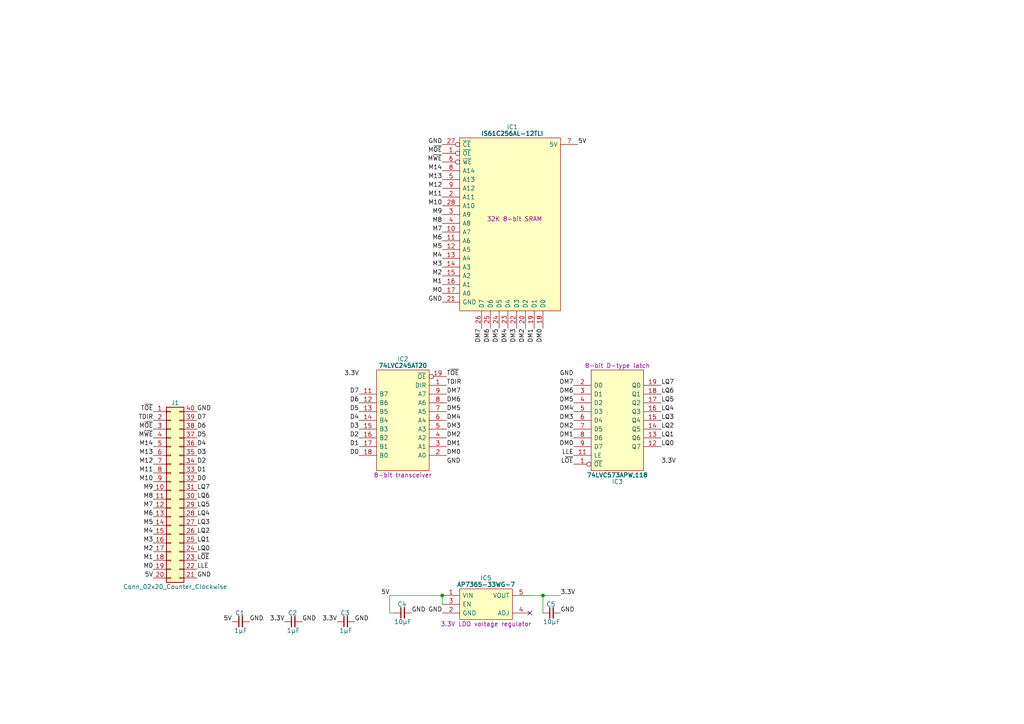
<source format=kicad_sch>
(kicad_sch (version 20230121) (generator eeschema)
  (paper "A4")
  (title_block (title "Memory 32KB with Output") (date "2024-02-19") (rev "V0"))
  (lib_symbols
    (symbol "Connector_Generic:Conn_02x20_Counter_Clockwise" (pin_names (offset 1.016) hide)
      (property "Reference" "J" (at 1.27 25.4 0))
      (property "Value" "Conn_02x20_Counter_Clockwise" (at 1.27 -27.94 0))
      (symbol "Conn_02x20_Counter_Clockwise_1_1"
        (rectangle (start -1.27 -25.273) (end 0 -25.527) (stroke (width 0.1524)))
        (rectangle (start -1.27 -22.733) (end 0 -22.987) (stroke (width 0.1524)))
        (rectangle (start -1.27 -20.193) (end 0 -20.447) (stroke (width 0.1524)))
        (rectangle (start -1.27 -17.653) (end 0 -17.907) (stroke (width 0.1524)))
        (rectangle (start -1.27 -15.113) (end 0 -15.367) (stroke (width 0.1524)))
        (rectangle (start -1.27 -12.573) (end 0 -12.827) (stroke (width 0.1524)))
        (rectangle (start -1.27 -10.033) (end 0 -10.287) (stroke (width 0.1524)))
        (rectangle (start -1.27 -7.493) (end 0 -7.747) (stroke (width 0.1524)))
        (rectangle (start -1.27 -4.953) (end 0 -5.207) (stroke (width 0.1524)))
        (rectangle (start -1.27 -2.413) (end 0 -2.667) (stroke (width 0.1524)))
        (rectangle (start -1.27 0.127) (end 0 -0.127) (stroke (width 0.1524)))
        (rectangle (start -1.27 2.667) (end 0 2.413) (stroke (width 0.1524)))
        (rectangle (start -1.27 5.207) (end 0 4.953) (stroke (width 0.1524)))
        (rectangle (start -1.27 7.747) (end 0 7.493) (stroke (width 0.1524)))
        (rectangle (start -1.27 10.287) (end 0 10.033) (stroke (width 0.1524)))
        (rectangle (start -1.27 12.827) (end 0 12.573) (stroke (width 0.1524)))
        (rectangle (start -1.27 15.367) (end 0 15.113) (stroke (width 0.1524)))
        (rectangle (start -1.27 17.907) (end 0 17.653) (stroke (width 0.1524)))
        (rectangle (start -1.27 20.447) (end 0 20.193) (stroke (width 0.1524)))
        (rectangle (start -1.27 22.987) (end 0 22.733) (stroke (width 0.1524)))
        (rectangle (start -1.27 24.13) (end 3.81 -26.67) (stroke (width 0.254)) (fill (type background)))
        (rectangle (start 3.81 -25.273) (end 2.54 -25.527) (stroke (width 0.1524)))
        (rectangle (start 3.81 -22.733) (end 2.54 -22.987) (stroke (width 0.1524)))
        (rectangle (start 3.81 -20.193) (end 2.54 -20.447) (stroke (width 0.1524)))
        (rectangle (start 3.81 -17.653) (end 2.54 -17.907) (stroke (width 0.1524)))
        (rectangle (start 3.81 -15.113) (end 2.54 -15.367) (stroke (width 0.1524)))
        (rectangle (start 3.81 -12.573) (end 2.54 -12.827) (stroke (width 0.1524)))
        (rectangle (start 3.81 -10.033) (end 2.54 -10.287) (stroke (width 0.1524)))
        (rectangle (start 3.81 -7.493) (end 2.54 -7.747) (stroke (width 0.1524)))
        (rectangle (start 3.81 -4.953) (end 2.54 -5.207) (stroke (width 0.1524)))
        (rectangle (start 3.81 -2.413) (end 2.54 -2.667) (stroke (width 0.1524)))
        (rectangle (start 3.81 0.127) (end 2.54 -0.127) (stroke (width 0.1524)))
        (rectangle (start 3.81 2.667) (end 2.54 2.413) (stroke (width 0.1524)))
        (rectangle (start 3.81 5.207) (end 2.54 4.953) (stroke (width 0.1524)))
        (rectangle (start 3.81 7.747) (end 2.54 7.493) (stroke (width 0.1524)))
        (rectangle (start 3.81 10.287) (end 2.54 10.033) (stroke (width 0.1524)))
        (rectangle (start 3.81 12.827) (end 2.54 12.573) (stroke (width 0.1524)))
        (rectangle (start 3.81 15.367) (end 2.54 15.113) (stroke (width 0.1524)))
        (rectangle (start 3.81 17.907) (end 2.54 17.653) (stroke (width 0.1524)))
        (rectangle (start 3.81 20.447) (end 2.54 20.193) (stroke (width 0.1524)))
        (rectangle (start 3.81 22.987) (end 2.54 22.733) (stroke (width 0.1524)))
        (pin passive line (at -5.08 22.86 0) (length 3.81) (name "Pin_1") (number "1"))
        (pin passive line (at -5.08 0 0) (length 3.81) (name "Pin_10") (number "10"))
        (pin passive line (at -5.08 -2.54 0) (length 3.81) (name "Pin_11") (number "11"))
        (pin passive line (at -5.08 -5.08 0) (length 3.81) (name "Pin_12") (number "12"))
        (pin passive line (at -5.08 -7.62 0) (length 3.81) (name "Pin_13") (number "13"))
        (pin passive line (at -5.08 -10.16 0) (length 3.81) (name "Pin_14") (number "14"))
        (pin passive line (at -5.08 -12.7 0) (length 3.81) (name "Pin_15") (number "15"))
        (pin passive line (at -5.08 -15.24 0) (length 3.81) (name "Pin_16") (number "16"))
        (pin passive line (at -5.08 -17.78 0) (length 3.81) (name "Pin_17") (number "17"))
        (pin passive line (at -5.08 -20.32 0) (length 3.81) (name "Pin_18") (number "18"))
        (pin passive line (at -5.08 -22.86 0) (length 3.81) (name "Pin_19") (number "19"))
        (pin passive line (at -5.08 20.32 0) (length 3.81) (name "Pin_2") (number "2"))
        (pin passive line (at -5.08 -25.4 0) (length 3.81) (name "Pin_20") (number "20"))
        (pin passive line (at 7.62 -25.4 180) (length 3.81) (name "Pin_21") (number "21"))
        (pin passive line (at 7.62 -22.86 180) (length 3.81) (name "Pin_22") (number "22"))
        (pin passive line (at 7.62 -20.32 180) (length 3.81) (name "Pin_23") (number "23"))
        (pin passive line (at 7.62 -17.78 180) (length 3.81) (name "Pin_24") (number "24"))
        (pin passive line (at 7.62 -15.24 180) (length 3.81) (name "Pin_25") (number "25"))
        (pin passive line (at 7.62 -12.7 180) (length 3.81) (name "Pin_26") (number "26"))
        (pin passive line (at 7.62 -10.16 180) (length 3.81) (name "Pin_27") (number "27"))
        (pin passive line (at 7.62 -7.62 180) (length 3.81) (name "Pin_28") (number "28"))
        (pin passive line (at 7.62 -5.08 180) (length 3.81) (name "Pin_29") (number "29"))
        (pin passive line (at -5.08 17.78 0) (length 3.81) (name "Pin_3") (number "3"))
        (pin passive line (at 7.62 -2.54 180) (length 3.81) (name "Pin_30") (number "30"))
        (pin passive line (at 7.62 0 180) (length 3.81) (name "Pin_31") (number "31"))
        (pin passive line (at 7.62 2.54 180) (length 3.81) (name "Pin_32") (number "32"))
        (pin passive line (at 7.62 5.08 180) (length 3.81) (name "Pin_33") (number "33"))
        (pin passive line (at 7.62 7.62 180) (length 3.81) (name "Pin_34") (number "34"))
        (pin passive line (at 7.62 10.16 180) (length 3.81) (name "Pin_35") (number "35"))
        (pin passive line (at 7.62 12.7 180) (length 3.81) (name "Pin_36") (number "36"))
        (pin passive line (at 7.62 15.24 180) (length 3.81) (name "Pin_37") (number "37"))
        (pin passive line (at 7.62 17.78 180) (length 3.81) (name "Pin_38") (number "38"))
        (pin passive line (at 7.62 20.32 180) (length 3.81) (name "Pin_39") (number "39"))
        (pin passive line (at -5.08 15.24 0) (length 3.81) (name "Pin_4") (number "4"))
        (pin passive line (at 7.62 22.86 180) (length 3.81) (name "Pin_40") (number "40"))
        (pin passive line (at -5.08 12.7 0) (length 3.81) (name "Pin_5") (number "5"))
        (pin passive line (at -5.08 10.16 0) (length 3.81) (name "Pin_6") (number "6"))
        (pin passive line (at -5.08 7.62 0) (length 3.81) (name "Pin_7") (number "7"))
        (pin passive line (at -5.08 5.08 0) (length 3.81) (name "Pin_8") (number "8"))
        (pin passive line (at -5.08 2.54 0) (length 3.81) (name "Pin_9") (number "9"))
      )
    )
    (symbol "Diodes_Inc:74LVC245AT20" (pin_names (offset 0.762))
      (property "Reference" "IC" (at 12.7 5.08 0))
      (property "Value" "74LVC245AT20" (at 12.7 3.175 0))
      (property "Description" "8-bit transceiver" (at 12.7 -28.575 0))
      (symbol "74LVC245AT20_0_0"
        (pin input line (at 0 -2.54 0) (length 5.08) (name "DIR") (number "1"))
        (pin passive line (at 0 -25.4 0) (length 5.08) hide (name "GND") (number "10"))
        (pin tri_state line (at 25.4 -5.08 180) (length 5.08) (name "B7") (number "11"))
        (pin tri_state line (at 25.4 -7.62 180) (length 5.08) (name "B6") (number "12"))
        (pin tri_state line (at 25.4 -10.16 180) (length 5.08) (name "B5") (number "13"))
        (pin tri_state line (at 25.4 -12.7 180) (length 5.08) (name "B4") (number "14"))
        (pin tri_state line (at 25.4 -15.24 180) (length 5.08) (name "B3") (number "15"))
        (pin tri_state line (at 25.4 -17.78 180) (length 5.08) (name "B2") (number "16"))
        (pin tri_state line (at 25.4 -20.32 180) (length 5.08) (name "B1") (number "17"))
        (pin tri_state line (at 25.4 -22.86 180) (length 5.08) (name "B0") (number "18"))
        (pin input inverted (at 0 0 0) (length 5.08) (name "~{OE}") (number "19"))
        (pin tri_state line (at 0 -22.86 0) (length 5.08) (name "A0") (number "2"))
        (pin tri_state line (at 0 -20.32 0) (length 5.08) (name "A1") (number "3"))
        (pin tri_state line (at 0 -17.78 0) (length 5.08) (name "A2") (number "4"))
        (pin tri_state line (at 0 -15.24 0) (length 5.08) (name "A3") (number "5"))
        (pin tri_state line (at 0 -12.7 0) (length 5.08) (name "A4") (number "6"))
        (pin tri_state line (at 0 -10.16 0) (length 5.08) (name "A5") (number "7"))
        (pin tri_state line (at 0 -7.62 0) (length 5.08) (name "A6") (number "8"))
        (pin tri_state line (at 0 -5.08 0) (length 5.08) (name "A7") (number "9"))
      )
      (symbol "74LVC245AT20_0_1"
        (polyline (pts (xy 5.08 1.905) (xy 20.32 1.905) (xy 20.32 -27.305) (xy 5.08 -27.305) (xy 5.08 1.905)) (stroke (width 0.1524)) (fill (type background)))
      )
      (symbol "74LVC245AT20_1_0"
        (pin passive line (at 25.4 0 180) (length 5.08) hide (name "3V") (number "20"))
      )
    )
    (symbol "Diodes_Inc:AP7365-33WG-7" (pin_names (offset 0.762))
      (property "Reference" "IC" (at 12.7 5.08 0))
      (property "Value" "AP7365-33WG-7" (at 12.7 3.175 0))
      (property "Description" "3.3V LDO voltage regulator" (at 12.7 -8.255 0))
      (symbol "AP7365-33WG-7_0_0"
        (pin passive line (at 0 0 0) (length 5.08) (name "VIN") (number "1"))
        (pin passive line (at 0 -5.08 0) (length 5.08) (name "GND") (number "2"))
        (pin input line (at 0 -2.54 0) (length 5.08) (name "EN") (number "3"))
        (pin passive line (at 25.4 -5.08 180) (length 5.08) (name "ADJ") (number "4"))
        (pin passive line (at 25.4 0 180) (length 5.08) (name "VOUT") (number "5"))
      )
      (symbol "AP7365-33WG-7_0_1"
        (polyline (pts (xy 5.08 1.905) (xy 20.32 1.905) (xy 20.32 -6.985) (xy 5.08 -6.985) (xy 5.08 1.905)) (fill (type background)))
      )
    )
    (symbol "HCP65:C_0805" (pin_numbers hide) (pin_names (offset 0.254) hide)
      (property "Reference" "C" (at 2.286 2.54 0))
      (property "Value" "?μF" (at 2.54 -2.54 0))
      (symbol "C_0805_0_1"
        (polyline (pts (xy 1.9685 -1.4605) (xy 1.9685 1.5875)) (stroke (width 0.3048)))
        (polyline (pts (xy 2.9845 -1.4605) (xy 2.9845 1.5875)) (stroke (width 0.3302)))
      )
      (symbol "C_0805_1_1"
        (pin passive line (at 0 0 0) (length 2.032) (name "~") (number "1"))
        (pin passive line (at 5.08 0 180) (length 2.032) (name "~") (number "2"))
      )
    )
    (symbol "ISSI:IS61C256AL-12TLI" (pin_names (offset 0.762))
      (property "Reference" "IC" (at 20.32 5.08 0))
      (property "Value" "IS61C256AL-12TLI" (at 20.32 3.175 0))
      (property "Description" "32K 8-bit SRAM" (at 20.955 -21.59 0))
      (symbol "IS61C256AL-12TLI_0_0"
        (pin input inverted (at 0 -2.54 0) (length 5.08) (name "~{OE}") (number "1"))
        (pin input line (at 0 -25.4 0) (length 5.08) (name "A7") (number "10"))
        (pin input line (at 0 -27.94 0) (length 5.08) (name "A6") (number "11"))
        (pin input line (at 0 -30.48 0) (length 5.08) (name "A5") (number "12"))
        (pin input line (at 0 -33.02 0) (length 5.08) (name "A4") (number "13"))
        (pin input line (at 0 -35.56 0) (length 5.08) (name "A3") (number "14"))
        (pin input line (at 0 -38.1 0) (length 5.08) (name "A2") (number "15"))
        (pin input line (at 0 -40.64 0) (length 5.08) (name "A1") (number "16"))
        (pin input line (at 0 -43.18 0) (length 5.08) (name "A0") (number "17"))
        (pin input line (at 0 -15.24 0) (length 5.08) (name "A11") (number "2"))
        (pin input inverted (at 0 0 0) (length 5.08) (name "~{CE}") (number "27"))
        (pin input line (at 0 -17.78 0) (length 5.08) (name "A10") (number "28"))
        (pin input line (at 0 -20.32 0) (length 5.08) (name "A9") (number "3"))
        (pin input line (at 0 -22.86 0) (length 5.08) (name "A8") (number "4"))
        (pin input line (at 0 -10.16 0) (length 5.08) (name "A13") (number "5"))
        (pin input inverted (at 0 -5.08 0) (length 5.08) (name "~{WE}") (number "6"))
        (pin input line (at 0 -7.62 0) (length 5.08) (name "A14") (number "8"))
        (pin input line (at 0 -12.7 0) (length 5.08) (name "A12") (number "9"))
      )
      (symbol "IS61C256AL-12TLI_0_1"
        (polyline (pts (xy 5.08 1.905) (xy 34.29 1.905) (xy 34.29 -48.26) (xy 5.08 -48.26) (xy 5.08 1.905)) (stroke (width 0.1524)) (fill (type background)))
      )
      (symbol "IS61C256AL-12TLI_1_0"
        (pin tri_state line (at 29.21 -53.34 90) (length 5.08) (name "D0") (number "18"))
        (pin tri_state line (at 26.67 -53.34 90) (length 5.08) (name "D1") (number "19"))
        (pin tri_state line (at 24.13 -53.34 90) (length 5.08) (name "D2") (number "20"))
        (pin passive line (at 0 -45.72 0) (length 5.08) (name "GND") (number "21"))
        (pin tri_state line (at 21.59 -53.34 90) (length 5.08) (name "D3") (number "22"))
        (pin tri_state line (at 19.05 -53.34 90) (length 5.08) (name "D4") (number "23"))
        (pin tri_state line (at 16.51 -53.34 90) (length 5.08) (name "D5") (number "24"))
        (pin tri_state line (at 13.97 -53.34 90) (length 5.08) (name "D6") (number "25"))
        (pin tri_state line (at 11.43 -53.34 90) (length 5.08) (name "D7") (number "26"))
        (pin passive line (at 39.37 0 180) (length 5.08) (name "5V") (number "7"))
      )
    )
    (symbol "Nexperia:74LVC573APW,118" (pin_names (offset 0.762))
      (property "Reference" "IC" (at 12.7 5.08 0))
      (property "Value" "74LVC573APW,118" (at 12.7 3.175 0))
      (property "Description" "8-bit D-type latch" (at 12.7 -28.575 0))
      (symbol "74LVC573APW,118_0_0"
        (pin input inverted (at 0 0 0) (length 5.08) (name "~{OE}") (number "1"))
        (pin passive line (at 0 -25.4 0) (length 5.08) hide (name "GND") (number "10"))
        (pin input line (at 0 -2.54 0) (length 5.08) (name "LE") (number "11"))
        (pin tri_state line (at 25.4 -5.08 180) (length 5.08) (name "Q7") (number "12"))
        (pin tri_state line (at 25.4 -7.62 180) (length 5.08) (name "Q6") (number "13"))
        (pin tri_state line (at 25.4 -10.16 180) (length 5.08) (name "Q5") (number "14"))
        (pin tri_state line (at 25.4 -12.7 180) (length 5.08) (name "Q4") (number "15"))
        (pin tri_state line (at 25.4 -15.24 180) (length 5.08) (name "Q3") (number "16"))
        (pin tri_state line (at 25.4 -17.78 180) (length 5.08) (name "Q2") (number "17"))
        (pin tri_state line (at 25.4 -20.32 180) (length 5.08) (name "Q1") (number "18"))
        (pin tri_state line (at 25.4 -22.86 180) (length 5.08) (name "Q0") (number "19"))
        (pin input line (at 0 -22.86 0) (length 5.08) (name "D0") (number "2"))
        (pin passive line (at 25.4 0 180) (length 5.08) hide (name "3V") (number "20"))
        (pin input line (at 0 -20.32 0) (length 5.08) (name "D1") (number "3"))
        (pin input line (at 0 -17.78 0) (length 5.08) (name "D2") (number "4"))
        (pin input line (at 0 -15.24 0) (length 5.08) (name "D3") (number "5"))
        (pin input line (at 0 -12.7 0) (length 5.08) (name "D4") (number "6"))
        (pin input line (at 0 -10.16 0) (length 5.08) (name "D5") (number "7"))
        (pin input line (at 0 -7.62 0) (length 5.08) (name "D6") (number "8"))
        (pin input line (at 0 -5.08 0) (length 5.08) (name "D7") (number "9"))
      )
      (symbol "74LVC573APW,118_0_1"
        (polyline (pts (xy 5.08 1.905) (xy 20.32 1.905) (xy 20.32 -27.305) (xy 5.08 -27.305) (xy 5.08 1.905)) (stroke (width 0.1524)) (fill (type background)))
      )
    )
  )
  (junction (at 128.27 172.72))
  (junction (at 157.48 172.72))
  (no_connect (at 153.67 177.8))
  (wire (pts (xy 157.48 177.8) (xy 157.48 172.72)))
  (wire (pts (xy 113.03 172.72) (xy 128.27 172.72)))
  (wire (pts (xy 128.27 172.72) (xy 128.27 175.26)))
  (wire (pts (xy 153.67 172.72) (xy 157.48 172.72)))
  (wire (pts (xy 113.03 172.72) (xy 113.03 177.8)))
  (wire (pts (xy 113.03 177.8) (xy 114.3 177.8)))
  (wire (pts (xy 157.48 172.72) (xy 162.56 172.72)))
  (label "D0" (at 57.15 139.7 0))
  (label "M6" (at 128.27 69.85 180))
  (label "GND" (at 102.87 180.34 0))
  (label "LQ0" (at 57.15 160.02 0))
  (label "D0" (at 104.14 132.08 180))
  (label "M8" (at 128.27 64.77 180))
  (label "DM3" (at 129.54 124.46 0))
  (label "D2" (at 104.14 127 180))
  (label "LQ2" (at 191.77 124.46 0))
  (label "D7" (at 104.14 114.3 180))
  (label "DM2" (at 129.54 127 0))
  (label "LQ5" (at 57.15 147.32 0))
  (label "GND" (at 162.56 177.8 0))
  (label "LQ2" (at 57.15 154.94 0))
  (label "DM3" (at 166.37 121.92 180))
  (label "M13" (at 128.27 52.07 180))
  (label "DM6" (at 166.37 114.3 180))
  (label "5V" (at 44.45 167.64 180))
  (label "LLE" (at 57.15 165.1 0))
  (label "DM3" (at 149.86 95.25 270))
  (label "M5" (at 44.45 152.4 180))
  (label "D1" (at 57.15 137.16 0))
  (label "LQ3" (at 57.15 152.4 0))
  (label "TDIR" (at 44.45 121.92 180))
  (label "GND" (at 128.27 41.91 180))
  (label "M4" (at 128.27 74.93 180))
  (label "D3" (at 104.14 124.46 180))
  (label "DM2" (at 152.4 95.25 270))
  (label "GND" (at 57.15 167.64 0))
  (label "TDIR" (at 129.54 111.76 0))
  (label "DM5" (at 129.54 119.38 0))
  (label "M3" (at 128.27 77.47 180))
  (label "GND" (at 129.54 134.62 0))
  (label "GND" (at 119.38 177.8 0))
  (label "5V" (at 113.03 172.72 180))
  (label "DM1" (at 129.54 129.54 0))
  (label "D4" (at 104.14 121.92 180))
  (label "DM1" (at 166.37 127 180))
  (label "DM7" (at 129.54 114.3 0))
  (label "DM1" (at 154.94 95.25 270))
  (label "T~{OE}" (at 129.54 109.22 0))
  (label "LQ6" (at 57.15 144.78 0))
  (label "M1" (at 128.27 82.55 180))
  (label "M0" (at 44.45 165.1 180))
  (label "D7" (at 57.15 121.92 0))
  (label "DM4" (at 147.32 95.25 270))
  (label "M1" (at 44.45 162.56 180))
  (label "DM0" (at 166.37 129.54 180))
  (label "GND" (at 128.27 177.8 180))
  (label "M5" (at 128.27 72.39 180))
  (label "LQ7" (at 57.15 142.24 0))
  (label "M14" (at 44.45 129.54 180))
  (label "M12" (at 44.45 134.62 180))
  (label "M14" (at 128.27 49.53 180))
  (label "LQ5" (at 191.77 116.84 0))
  (label "GND" (at 128.27 87.63 180))
  (label "M12" (at 128.27 54.61 180))
  (label "5V" (at 167.64 41.91 0))
  (label "M11" (at 44.45 137.16 180))
  (label "LQ4" (at 191.77 119.38 0))
  (label "M8" (at 44.45 144.78 180))
  (label "M13" (at 44.45 132.08 180))
  (label "DM0" (at 157.48 95.25 270))
  (label "3.3V" (at 82.55 180.34 180))
  (label "DM5" (at 144.78 95.25 270))
  (label "T~{OE}" (at 44.45 119.38 180))
  (label "M~{WE}" (at 44.45 127 180))
  (label "LQ7" (at 191.77 111.76 0))
  (label "M~{OE}" (at 44.45 124.46 180))
  (label "L~{OE}" (at 166.37 134.62 180))
  (label "M~{OE}" (at 128.27 44.45 180))
  (label "M9" (at 128.27 62.23 180))
  (label "LLE" (at 166.37 132.08 180))
  (label "DM6" (at 142.24 95.25 270))
  (label "DM2" (at 166.37 124.46 180))
  (label "GND" (at 87.63 180.34 0))
  (label "M3" (at 44.45 157.48 180))
  (label "D6" (at 104.14 116.84 180))
  (label "3.3V" (at 191.77 134.62 0))
  (label "D5" (at 57.15 127 0))
  (label "M0" (at 128.27 85.09 180))
  (label "GND" (at 72.39 180.34 0))
  (label "D5" (at 104.14 119.38 180))
  (label "M7" (at 128.27 67.31 180))
  (label "M9" (at 44.45 142.24 180))
  (label "M4" (at 44.45 154.94 180))
  (label "3.3V" (at 162.56 172.72 0))
  (label "M10" (at 128.27 59.69 180))
  (label "DM5" (at 166.37 116.84 180))
  (label "DM4" (at 166.37 119.38 180))
  (label "M~{WE}" (at 128.27 46.99 180))
  (label "3.3V" (at 104.14 109.22 180))
  (label "LQ6" (at 191.77 114.3 0))
  (label "M2" (at 44.45 160.02 180))
  (label "DM0" (at 129.54 132.08 0))
  (label "LQ0" (at 191.77 129.54 0))
  (label "DM7" (at 166.37 111.76 180))
  (label "3.3V" (at 97.79 180.34 180))
  (label "LQ3" (at 191.77 121.92 0))
  (label "LQ1" (at 57.15 157.48 0))
  (label "D2" (at 57.15 134.62 0))
  (label "DM4" (at 129.54 121.92 0))
  (label "LQ1" (at 191.77 127 0))
  (label "M2" (at 128.27 80.01 180))
  (label "M11" (at 128.27 57.15 180))
  (label "DM6" (at 129.54 116.84 0))
  (label "LQ4" (at 57.15 149.86 0))
  (label "5V" (at 67.31 180.34 180))
  (label "M10" (at 44.45 139.7 180))
  (label "D6" (at 57.15 124.46 0))
  (label "M6" (at 44.45 149.86 180))
  (label "GND" (at 57.15 119.38 0))
  (label "D4" (at 57.15 129.54 0))
  (label "GND" (at 166.37 109.22 180))
  (label "M7" (at 44.45 147.32 180))
  (label "D1" (at 104.14 129.54 180))
  (label "L~{OE}" (at 57.15 162.56 0))
  (label "DM7" (at 139.7 95.25 270))
  (label "D3" (at 57.15 132.08 0))
  (symbol (lib_id "Diodes_Inc:74LVC245AT20") (at 129.54 109.22 0) (mirror y) (unit 1)
    (property "Reference" "IC2" (at 116.84 104.14 0))
    (property "Value" "74LVC245AT20" (at 116.84 106.045 0) (effects (font bold)))
    (property "Footprint" "SOP65P640X120-20N" (effects hide))
    (property "Datasheet" "https://www.diodes.com/assets/Datasheets/74LVC245A.pdf" (effects hide))
    (property "Description" "8-bit transceiver" (at 116.84 137.795 0))
    (property "Height" "1.2" (effects hide))
    (property "Manufacturer_Name" "Diodes Inc." (effects hide))
    (property "Manufacturer_Part_Number" "74LVC245AT20-13" (effects hide))
    (property "Mouser Part Number" "621-74LVC245AT20-13" (effects hide))
    (property "Mouser Price/Stock" "https://www.mouser.co.uk/ProductDetail/Diodes-Incorporated/74LVC245AT20-13?qs=IvkZ4pJZlB2XcM151iWWTw%3D%3D" (effects hide))
    (property "Silkscreen" "74LVC245" (effects hide))
  )
  (symbol (lib_id "Nexperia:74LVC573APW,118") (at 166.37 134.62 0) (mirror x) (unit 1)
    (property "Reference" "IC3" (at 179.07 139.7 0))
    (property "Value" "74LVC573APW,118" (at 179.07 137.795 0) (effects (font bold)))
    (property "Footprint" "SOP65P640X110-20N" (effects hide))
    (property "Datasheet" "https://assets.nexperia.com/documents/data-sheet/74LVC573A.pdf" (effects hide))
    (property "Description" "8-bit D-type latch" (at 179.07 106.045 0))
    (property "Height" "1.1" (effects hide))
    (property "Mouser Part Number" "771-74LVC573APW-T" (effects hide))
    (property "Mouser Price/Stock" "https://www.mouser.co.uk/ProductDetail/Nexperia/74LVC573APW118/?qs=me8TqzrmIYU4mlL%252B5pgpig%3D%3D" (effects hide))
    (property "Manufacturer_Name" "Nexperia" (effects hide))
    (property "Manufacturer_Part_Number" "74LVC573APW,118" (effects hide))
    (property "Silkscreen" "74LVC573" (effects hide))
  )
  (symbol (lib_id "HCP65:C_0805") (at 97.79 180.34 0) (unit 1)
    (property "Reference" "C3" (at 100.076 177.8 0))
    (property "Value" "1μF" (at 100.33 182.88 0))
    (property "Footprint" "SamacSys_Parts:C_0805" (effects hide))
  )
  (symbol (lib_id "HCP65:C_0805") (at 67.31 180.34 0) (unit 1)
    (property "Reference" "C1" (at 69.596 177.8 0))
    (property "Value" "1μF" (at 69.85 182.88 0))
    (property "Footprint" "SamacSys_Parts:C_0805" (effects hide))
  )
  (symbol (lib_id "HCP65:C_0805") (at 82.55 180.34 0) (unit 1)
    (property "Reference" "C2" (at 84.836 177.8 0))
    (property "Value" "1μF" (at 85.09 182.88 0))
    (property "Footprint" "SamacSys_Parts:C_0805" (effects hide))
  )
  (symbol (lib_id "Connector_Generic:Conn_02x20_Counter_Clockwise") (at 49.53 142.24 0) (unit 1)
    (property "Reference" "J1" (at 50.8 116.84 0))
    (property "Value" "Conn_02x20_Counter_Clockwise" (at 50.8 170.18 0))
    (property "Footprint" "SamacSys_Parts:DIP-40_Board_W15.24mm_Alt" (effects hide))
  )
  (symbol (lib_id "HCP65:C_0805") (at 114.3 177.8 0) (unit 1)
    (property "Reference" "C4" (at 116.586 175.26 0))
    (property "Value" "10µF" (at 114.3 180.34 0) (effects (justify left)))
    (property "Footprint" "SamacSys_Parts:C_0805" (effects hide))
  )
  (symbol (lib_id "ISSI:IS61C256AL-12TLI") (at 128.27 41.91 0) (unit 1)
    (property "Reference" "IC1" (at 148.59 36.83 0))
    (property "Value" "IS61C256AL-12TLI" (at 148.59 38.735 0) (effects (font bold)))
    (property "Footprint" "SOP55P1340X120-28N" (effects hide))
    (property "Datasheet" "https://www.digikey.com/en/products/detail/issi-integrated-silicon-solution-inc/IS61C256AL-12TLI/1555404" (effects hide))
    (property "Description" "32K 8-bit SRAM" (at 149.225 63.5 0))
    (property "Height" "1.2" (effects hide))
    (property "Manufacturer_Name" "Integrated Silicon Solution Inc." (effects hide))
    (property "Manufacturer_Part_Number" "IS61C256AL-12TLI" (effects hide))
    (property "Mouser Part Number" "870-IS61C256AL-12TLI" (effects hide))
    (property "Mouser Price/Stock" "https://www.mouser.co.uk/ProductDetail/ISSI/IS61C256AL-12TLI/?qs=AG1tZYOK7s5LytYJTyBeWA%3D%3D" (effects hide))
    (property "Arrow Part Number" "IS61C256AL-12TLI" (effects hide))
    (property "Arrow Price/Stock" "https://www.arrow.com/en/products/is61c256al-12tli/integrated-silicon-solution-inc" (effects hide))
    (property "Silkscreen" "IS61C256AL" (effects hide))
  )
  (symbol (lib_id "Diodes_Inc:AP7365-33WG-7") (at 128.27 172.72 0) (unit 1)
    (property "Reference" "IC5" (at 140.97 167.64 0))
    (property "Value" "AP7365-33WG-7" (at 140.97 169.545 0) (effects (font bold)))
    (property "Footprint" "SOT95P285X130-5N" (effects hide))
    (property "Datasheet" "https://componentsearchengine.com/Datasheets/1/AP7365-33WG-7.pdf" (effects hide))
    (property "Description" "3.3V LDO voltage regulator" (at 140.97 180.975 0))
    (property "Height" "1.3" (effects hide))
    (property "Manufacturer_Name" "Diodes Inc." (effects hide))
    (property "Manufacturer_Part_Number" "AP7365-33WG-7" (effects hide))
    (property "Mouser Part Number" "621-AP7365-33WG-7" (effects hide))
    (property "Mouser Price/Stock" "https://www.mouser.co.uk/ProductDetail/Diodes-Incorporated/AP7365-33WG-7?qs=abZ1nkZpTuOZFvxvoFPL0w%3D%3D" (effects hide))
    (property "Arrow Part Number" "AP7365-33WG-7" (effects hide))
    (property "Arrow Price/Stock" "https://www.arrow.com/en/products/ap7365-33wg-7/diodes-incorporated?region=nac" (effects hide))
    (property "Silkscreen" "AP7365" (effects hide))
  )
  (symbol (lib_id "HCP65:C_0805") (at 157.48 177.8 0) (unit 1)
    (property "Reference" "C5" (at 159.766 175.26 0))
    (property "Value" "10µF" (at 157.48 180.34 0) (effects (justify left)))
    (property "Footprint" "SamacSys_Parts:C_0805" (effects hide))
  )
)
</source>
